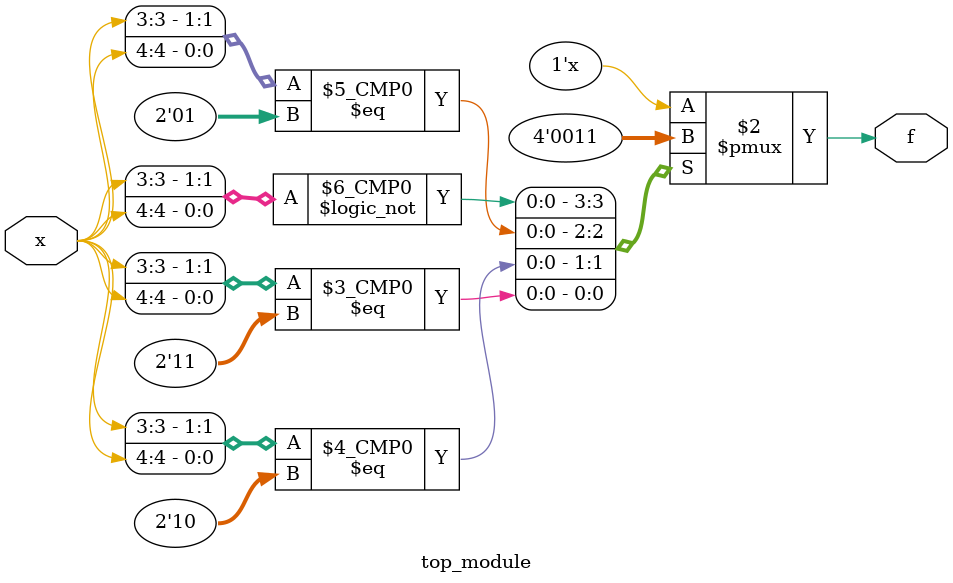
<source format=sv>
module top_module (
	input [4:1] x,
	output logic f
);

	always_comb begin
		f = 1'b0;

		case ({x[3], x[4]})
			2'b00: f = 1'b0;
			2'b01: f = 1'b0;
			2'b10: f = 1'b1;
			2'b11: f = 1'b1;
			default: f = 1'b0;
		endcase
	end
endmodule

</source>
